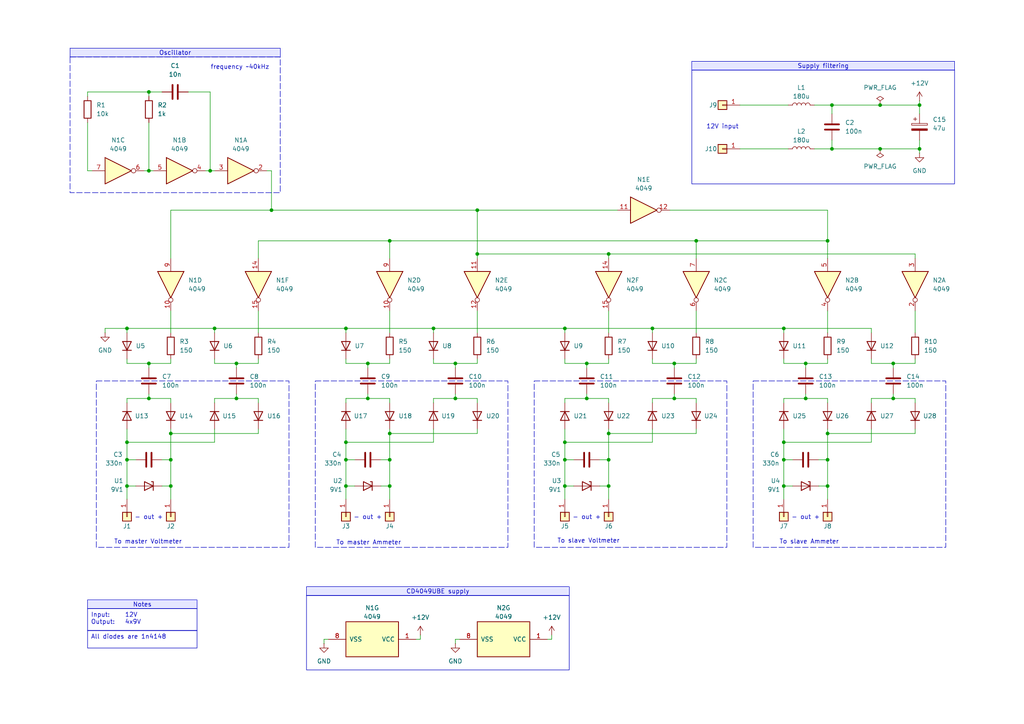
<source format=kicad_sch>
(kicad_sch (version 20250114) (generator "eeschema") (generator_version "9.0")
  (paper "A4")
  (title_block (title "Charge pump") (date "2025-12-30") (rev "1.0.0") (comment 1 "Compliant with Velleman’s layout"))
  (lib_symbols
    (symbol "4xxx:4049" (pin_names (offset 1.016))
      (property "Reference" "U" (at 0 1.27 0))
      (property "Value" "4049" (at 0 -1.27 0))
      (symbol "4049_1_0"
        (polyline (pts (xy -3.81 3.81) (xy -3.81 -3.81) (xy 3.81 0) (xy -3.81 3.81)) (stroke (width 0.254)) (fill (type background)))
        (pin input line (at -7.62 0 0) (length 3.81) (name "~") (number "3"))
        (pin output inverted (at 7.62 0 180) (length 3.81) (name "~") (number "2"))
      )
      (symbol "4049_2_0"
        (polyline (pts (xy -3.81 3.81) (xy -3.81 -3.81) (xy 3.81 0) (xy -3.81 3.81)) (stroke (width 0.254)) (fill (type background)))
        (pin input line (at -7.62 0 0) (length 3.81) (name "~") (number "5"))
        (pin output inverted (at 7.62 0 180) (length 3.81) (name "~") (number "4"))
      )
      (symbol "4049_3_0"
        (polyline (pts (xy -3.81 3.81) (xy -3.81 -3.81) (xy 3.81 0) (xy -3.81 3.81)) (stroke (width 0.254)) (fill (type background)))
        (pin input line (at -7.62 0 0) (length 3.81) (name "~") (number "7"))
        (pin output inverted (at 7.62 0 180) (length 3.81) (name "~") (number "6"))
      )
      (symbol "4049_4_0"
        (polyline (pts (xy -3.81 3.81) (xy -3.81 -3.81) (xy 3.81 0) (xy -3.81 3.81)) (stroke (width 0.254)) (fill (type background)))
        (pin input line (at -7.62 0 0) (length 3.81) (name "~") (number "9"))
        (pin output inverted (at 7.62 0 180) (length 3.81) (name "~") (number "10"))
      )
      (symbol "4049_5_0"
        (polyline (pts (xy -3.81 3.81) (xy -3.81 -3.81) (xy 3.81 0) (xy -3.81 3.81)) (stroke (width 0.254)) (fill (type background)))
        (pin input line (at -7.62 0 0) (length 3.81) (name "~") (number "11"))
        (pin output inverted (at 7.62 0 180) (length 3.81) (name "~") (number "12"))
      )
      (symbol "4049_6_0"
        (polyline (pts (xy -3.81 3.81) (xy -3.81 -3.81) (xy 3.81 0) (xy -3.81 3.81)) (stroke (width 0.254)) (fill (type background)))
        (pin input line (at -7.62 0 0) (length 3.81) (name "~") (number "14"))
        (pin output inverted (at 7.62 0 180) (length 3.81) (name "~") (number "15"))
      )
      (symbol "4049_7_0"
        (pin power_in line (at 0 12.7 270) (length 5.08) (name "VCC") (number "1"))
        (pin power_in line (at 0 -12.7 90) (length 5.08) (name "VSS") (number "8"))
      )
      (symbol "4049_7_1"
        (rectangle (start -5.08 7.62) (end 5.08 -7.62) (stroke (width 0.254)) (fill (type background)))
      )
    )
    (symbol "Connector_Generic:Conn_01x01" (pin_names (offset 1.016) (hide yes))
      (property "Reference" "J" (at 0 2.54 0))
      (property "Value" "Conn_01x01" (at 0 -2.54 0))
      (symbol "Conn_01x01_1_1"
        (rectangle (start -1.27 1.27) (end 1.27 -1.27) (stroke (width 0.254)) (fill (type background)))
        (rectangle (start -1.27 0.127) (end 0 -0.127) (stroke (width 0.1524)))
        (pin passive line (at -5.08 0 0) (length 3.81) (name "Pin_1") (number "1"))
      )
    )
    (symbol "Device:C" (pin_numbers (hide yes)) (pin_names (offset 0.254))
      (property "Reference" "C" (at 0.635 2.54 0))
      (property "Value" "C" (at 0.635 -2.54 0))
      (symbol "C_0_1"
        (polyline (pts (xy -2.032 0.762) (xy 2.032 0.762)) (stroke (width 0.508)))
        (polyline (pts (xy -2.032 -0.762) (xy 2.032 -0.762)) (stroke (width 0.508)))
      )
      (symbol "C_1_1"
        (pin passive line (at 0 3.81 270) (length 2.794) (name "~") (number "1"))
        (pin passive line (at 0 -3.81 90) (length 2.794) (name "~") (number "2"))
      )
    )
    (symbol "Device:C_Polarized" (pin_numbers (hide yes)) (pin_names (offset 0.254))
      (property "Reference" "C" (at 0.635 2.54 0))
      (property "Value" "C_Polarized" (at 0.635 -2.54 0))
      (symbol "C_Polarized_0_1"
        (rectangle (start -2.286 0.508) (end 2.286 1.016))
        (polyline (pts (xy -1.778 2.286) (xy -0.762 2.286)))
        (polyline (pts (xy -1.27 2.794) (xy -1.27 1.778)))
        (rectangle (start 2.286 -0.508) (end -2.286 -1.016) (fill (type outline)))
      )
      (symbol "C_Polarized_1_1"
        (pin passive line (at 0 3.81 270) (length 2.794) (name "~") (number "1"))
        (pin passive line (at 0 -3.81 90) (length 2.794) (name "~") (number "2"))
      )
    )
    (symbol "Device:D_Zener" (pin_numbers (hide yes)) (pin_names (offset 1.016) (hide yes))
      (property "Reference" "D" (at 0 2.54 0))
      (property "Value" "D_Zener" (at 0 -2.54 0))
      (symbol "D_Zener_0_1"
        (polyline (pts (xy -1.27 -1.27) (xy -1.27 1.27) (xy -0.762 1.27)) (stroke (width 0.254)))
        (polyline (pts (xy 1.27 0) (xy -1.27 0)))
        (polyline (pts (xy 1.27 -1.27) (xy 1.27 1.27) (xy -1.27 0) (xy 1.27 -1.27)) (stroke (width 0.254)))
      )
      (symbol "D_Zener_1_1"
        (pin passive line (at -3.81 0 0) (length 2.54) (name "K") (number "1"))
        (pin passive line (at 3.81 0 180) (length 2.54) (name "A") (number "2"))
      )
    )
    (symbol "Device:L" (pin_numbers (hide yes)) (pin_names (offset 1.016) (hide yes))
      (property "Reference" "L" (at -1.27 0 90))
      (property "Value" "L" (at 1.905 0 90))
      (symbol "L_0_1"
        (arc (start 0 2.54) (mid 0.6323 1.905) (end 0 1.27))
        (arc (start 0 1.27) (mid 0.6323 0.635) (end 0 0))
        (arc (start 0 0) (mid 0.6323 -0.635) (end 0 -1.27))
        (arc (start 0 -1.27) (mid 0.6323 -1.905) (end 0 -2.54))
      )
      (symbol "L_1_1"
        (pin passive line (at 0 3.81 270) (length 1.27) (name "1") (number "1"))
        (pin passive line (at 0 -3.81 90) (length 1.27) (name "2") (number "2"))
      )
    )
    (symbol "Device:R" (pin_numbers (hide yes)) (pin_names (offset 0))
      (property "Reference" "R" (at 2.032 0 90))
      (property "Value" "R" (at 0 0 90))
      (symbol "R_0_1"
        (rectangle (start -1.016 -2.54) (end 1.016 2.54) (stroke (width 0.254)))
      )
      (symbol "R_1_1"
        (pin passive line (at 0 3.81 270) (length 1.27) (name "~") (number "1"))
        (pin passive line (at 0 -3.81 90) (length 1.27) (name "~") (number "2"))
      )
    )
    (symbol "Diode:1N4148" (pin_numbers (hide yes)) (pin_names (hide yes))
      (property "Reference" "D" (at 0 2.54 0))
      (property "Value" "1N4148" (at 0 -2.54 0))
      (symbol "1N4148_0_1"
        (polyline (pts (xy -1.27 1.27) (xy -1.27 -1.27)) (stroke (width 0.254)))
        (polyline (pts (xy 1.27 1.27) (xy 1.27 -1.27) (xy -1.27 0) (xy 1.27 1.27)) (stroke (width 0.254)))
        (polyline (pts (xy 1.27 0) (xy -1.27 0)))
      )
      (symbol "1N4148_1_1"
        (pin passive line (at -3.81 0 0) (length 2.54) (name "K") (number "1"))
        (pin passive line (at 3.81 0 180) (length 2.54) (name "A") (number "2"))
      )
    )
    (symbol "power:+12V" (power) (pin_numbers (hide yes)) (pin_names (offset 0) (hide yes))
      (property "Value" "+12V" (at 0 3.556 0))
      (symbol "+12V_0_1"
        (polyline (pts (xy -0.762 1.27) (xy 0 2.54)))
        (polyline (pts (xy 0 2.54) (xy 0.762 1.27)))
        (polyline (pts (xy 0 0) (xy 0 2.54)))
      )
      (symbol "+12V_1_1"
        (pin power_in line (at 0 0 90) (length 0) (name "~") (number "1"))
      )
    )
    (symbol "power:GND" (power) (pin_numbers (hide yes)) (pin_names (offset 0) (hide yes))
      (property "Value" "GND" (at 0 -3.81 0))
      (symbol "GND_0_1"
        (polyline (pts (xy 0 0) (xy 0 -1.27) (xy 1.27 -1.27) (xy 0 -2.54) (xy -1.27 -1.27) (xy 0 -1.27)))
      )
      (symbol "GND_1_1"
        (pin power_in line (at 0 0 270) (length 0) (name "~") (number "1"))
      )
    )
    (symbol "power:PWR_FLAG" (power) (pin_numbers (hide yes)) (pin_names (offset 0) (hide yes))
      (property "Value" "PWR_FLAG" (at 0 3.81 0))
      (symbol "PWR_FLAG_0_0"
        (pin power_out line (at 0 0 90) (length 0) (name "~") (number "1"))
      )
      (symbol "PWR_FLAG_0_1"
        (polyline (pts (xy 0 0) (xy 0 1.27) (xy -1.016 1.905) (xy 0 2.54) (xy 1.016 1.905) (xy 0 1.27)))
      )
    )
  )
  (rectangle (start 20.32 16.51) (end 81.28 55.88) (stroke (width 0) (type dash)))
  (rectangle (start 218.44 110.49) (end 274.32 158.75) (stroke (width 0) (type dash)))
  (rectangle (start 200.66 20.32) (end 276.86 53.34))
  (rectangle (start 88.9 172.72) (end 165.1 194.31))
  (rectangle (start 27.94 110.49) (end 83.82 158.75) (stroke (width 0) (type dash)))
  (rectangle (start 91.44 110.49) (end 147.32 158.75) (stroke (width 0) (type dash)))
  (rectangle (start 154.94 110.49) (end 210.82 158.75) (stroke (width 0) (type dash)))
  (text "- out +" (at 170.18 150.114 0) (effects (font (size 1.27 1.27))))
  (text "12V input\n" (at 209.55 36.83 0) (effects (font (size 1.27 1.27))))
  (text "- out +" (at 106.68 150.114 0) (effects (font (size 1.27 1.27))))
  (text "To master Ammeter" (at 106.934 157.48 0) (effects (font (size 1.27 1.27))))
  (text "To master Voltmeter" (at 42.926 157.226 0) (effects (font (size 1.27 1.27))))
  (text "To slave Voltmeter" (at 170.688 156.972 0) (effects (font (size 1.27 1.27))))
  (text "- out +" (at 233.68 150.114 0) (effects (font (size 1.27 1.27))))
  (text "To slave Ammeter" (at 234.696 157.226 0) (effects (font (size 1.27 1.27))))
  (text "frequency ~40kHz" (at 69.596 19.558 0) (effects (font (size 1.27 1.27))))
  (text "- out +" (at 43.18 150.114 0) (effects (font (size 1.27 1.27))))
  (text_box "All diodes are 1n4148" (at 25.4 182.88 0) (size 31.75 5.08) (margins 0.9525 0.9525 0.9525 0.9525) (effects (font (size 1.27 1.27)) (justify left top)))
  (text_box "Input: 	12V\nOutput:	4x9V" (at 25.4 176.53 0) (size 31.75 6.35) (margins 0.9525 0.9525 0.9525 0.9525) (effects (font (size 1.27 1.27)) (justify left top)))
  (text_box "CD4049UBE supply" (at 88.9 170.18 0) (size 76.2 2.54) (margins 0.9525 0.9525 0.9525 0.9525) (fill (type color) (color 229 230 255 1)) (effects (font (size 1.27 1.27))))
  (text_box "Oscillator" (at 20.32 13.97 0) (size 60.96 2.54) (margins 0.9525 0.9525 0.9525 0.9525) (fill (type color) (color 229 230 255 1)) (effects (font (size 1.27 1.27))))
  (text_box "Supply filtering" (at 200.66 17.78 0) (size 76.2 2.54) (margins 0.9525 0.9525 0.9525 0.9525) (fill (type color) (color 229 230 255 1)) (effects (font (size 1.27 1.27))))
  (text_box "Notes" (at 25.4 173.99 0) (size 31.75 2.54) (margins 0.9525 0.9525 0.9525 0.9525) (fill (type color) (color 229 230 255 1)) (effects (font (size 1.27 1.27))))
  (junction (at 132.08 105.41))
  (junction (at 163.83 140.97))
  (junction (at 60.96 49.53))
  (junction (at 138.43 73.66))
  (junction (at 36.83 128.27))
  (junction (at 113.03 125.73))
  (junction (at 170.18 115.57))
  (junction (at 36.83 95.25))
  (junction (at 233.68 105.41))
  (junction (at 170.18 105.41))
  (junction (at 195.58 115.57))
  (junction (at 176.53 140.97))
  (junction (at 241.3 43.18))
  (junction (at 266.7 43.18))
  (junction (at 227.33 95.25))
  (junction (at 240.03 140.97))
  (junction (at 163.83 133.35))
  (junction (at 240.03 69.85))
  (junction (at 176.53 125.73))
  (junction (at 195.58 105.41))
  (junction (at 113.03 133.35))
  (junction (at 62.23 95.25))
  (junction (at 241.3 30.48))
  (junction (at 240.03 125.73))
  (junction (at 176.53 133.35))
  (junction (at 68.58 115.57))
  (junction (at 132.08 115.57))
  (junction (at 227.33 133.35))
  (junction (at 49.53 125.73))
  (junction (at 233.68 115.57))
  (junction (at 255.27 43.18))
  (junction (at 43.18 105.41))
  (junction (at 227.33 140.97))
  (junction (at 106.68 115.57))
  (junction (at 259.08 105.41))
  (junction (at 100.33 133.35))
  (junction (at 255.27 30.48))
  (junction (at 163.83 95.25))
  (junction (at 68.58 105.41))
  (junction (at 266.7 30.48))
  (junction (at 201.93 69.85))
  (junction (at 78.74 60.96))
  (junction (at 163.83 128.27))
  (junction (at 125.73 95.25))
  (junction (at 113.03 69.85))
  (junction (at 240.03 133.35))
  (junction (at 100.33 95.25))
  (junction (at 43.18 115.57))
  (junction (at 100.33 140.97))
  (junction (at 176.53 73.66))
  (junction (at 36.83 140.97))
  (junction (at 49.53 133.35))
  (junction (at 43.18 26.67))
  (junction (at 259.08 115.57))
  (junction (at 106.68 105.41))
  (junction (at 36.83 133.35))
  (junction (at 100.33 128.27))
  (junction (at 189.23 95.25))
  (junction (at 227.33 128.27))
  (junction (at 43.18 49.53))
  (junction (at 138.43 60.96))
  (junction (at 113.03 140.97))
  (junction (at 49.53 140.97))
  (wire (pts (xy 179.07 60.96) (xy 138.43 60.96)))
  (wire (pts (xy 201.93 90.17) (xy 201.93 96.52)))
  (wire (pts (xy 25.4 26.67) (xy 43.18 26.67)))
  (wire (pts (xy 36.83 128.27) (xy 36.83 133.35)))
  (wire (pts (xy 36.83 116.84) (xy 36.83 115.57)))
  (wire (pts (xy 49.53 60.96) (xy 49.53 74.93)))
  (wire (pts (xy 227.33 124.46) (xy 227.33 128.27)))
  (wire (pts (xy 266.7 29.21) (xy 266.7 30.48)))
  (wire (pts (xy 163.83 128.27) (xy 189.23 128.27)))
  (wire (pts (xy 240.03 140.97) (xy 240.03 133.35)))
  (wire (pts (xy 176.53 133.35) (xy 176.53 125.73)))
  (wire (pts (xy 229.87 133.35) (xy 227.33 133.35)))
  (wire (pts (xy 201.93 105.41) (xy 195.58 105.41)))
  (wire (pts (xy 229.87 140.97) (xy 227.33 140.97)))
  (wire (pts (xy 138.43 60.96) (xy 138.43 73.66)))
  (wire (pts (xy 176.53 90.17) (xy 176.53 96.52)))
  (wire (pts (xy 266.7 40.64) (xy 266.7 43.18)))
  (wire (pts (xy 62.23 105.41) (xy 68.58 105.41)))
  (wire (pts (xy 138.43 115.57) (xy 138.43 116.84)))
  (wire (pts (xy 163.83 105.41) (xy 170.18 105.41)))
  (wire (pts (xy 233.68 105.41) (xy 233.68 106.68)))
  (wire (pts (xy 46.99 140.97) (xy 49.53 140.97)))
  (wire (pts (xy 252.73 116.84) (xy 252.73 115.57)))
  (wire (pts (xy 241.3 33.02) (xy 241.3 30.48)))
  (wire (pts (xy 240.03 140.97) (xy 240.03 144.78)))
  (wire (pts (xy 49.53 140.97) (xy 49.53 144.78)))
  (wire (pts (xy 259.08 105.41) (xy 259.08 106.68)))
  (wire (pts (xy 255.27 43.18) (xy 266.7 43.18)))
  (wire (pts (xy 176.53 140.97) (xy 176.53 133.35)))
  (wire (pts (xy 138.43 73.66) (xy 176.53 73.66)))
  (wire (pts (xy 227.33 104.14) (xy 227.33 105.41)))
  (wire (pts (xy 195.58 114.3) (xy 195.58 115.57)))
  (wire (pts (xy 74.93 104.14) (xy 74.93 105.41)))
  (wire (pts (xy 227.33 95.25) (xy 189.23 95.25)))
  (wire (pts (xy 100.33 116.84) (xy 100.33 115.57)))
  (wire (pts (xy 163.83 133.35) (xy 163.83 128.27)))
  (wire (pts (xy 240.03 133.35) (xy 240.03 125.73)))
  (wire (pts (xy 39.37 140.97) (xy 36.83 140.97)))
  (wire (pts (xy 100.33 128.27) (xy 125.73 128.27)))
  (wire (pts (xy 265.43 115.57) (xy 265.43 116.84)))
  (wire (pts (xy 110.49 133.35) (xy 113.03 133.35)))
  (wire (pts (xy 113.03 133.35) (xy 113.03 125.73)))
  (wire (pts (xy 43.18 115.57) (xy 49.53 115.57)))
  (wire (pts (xy 173.99 133.35) (xy 176.53 133.35)))
  (wire (pts (xy 138.43 74.93) (xy 138.43 73.66)))
  (wire (pts (xy 176.53 125.73) (xy 201.93 125.73)))
  (wire (pts (xy 176.53 124.46) (xy 176.53 125.73)))
  (wire (pts (xy 36.83 115.57) (xy 43.18 115.57)))
  (wire (pts (xy 163.83 116.84) (xy 163.83 115.57)))
  (wire (pts (xy 100.33 96.52) (xy 100.33 95.25)))
  (wire (pts (xy 201.93 115.57) (xy 201.93 116.84)))
  (wire (pts (xy 201.93 125.73) (xy 201.93 124.46)))
  (wire (pts (xy 68.58 114.3) (xy 68.58 115.57)))
  (wire (pts (xy 173.99 140.97) (xy 176.53 140.97)))
  (wire (pts (xy 25.4 35.56) (xy 25.4 49.53)))
  (wire (pts (xy 176.53 104.14) (xy 176.53 105.41)))
  (wire (pts (xy 43.18 26.67) (xy 46.99 26.67)))
  (wire (pts (xy 78.74 49.53) (xy 78.74 60.96)))
  (wire (pts (xy 30.48 95.25) (xy 36.83 95.25)))
  (wire (pts (xy 78.74 60.96) (xy 138.43 60.96)))
  (wire (pts (xy 138.43 90.17) (xy 138.43 96.52)))
  (wire (pts (xy 227.33 105.41) (xy 233.68 105.41)))
  (wire (pts (xy 62.23 116.84) (xy 62.23 115.57)))
  (wire (pts (xy 163.83 104.14) (xy 163.83 105.41)))
  (wire (pts (xy 36.83 95.25) (xy 62.23 95.25)))
  (wire (pts (xy 49.53 125.73) (xy 74.93 125.73)))
  (wire (pts (xy 54.61 26.67) (xy 60.96 26.67)))
  (wire (pts (xy 240.03 115.57) (xy 240.03 116.84)))
  (wire (pts (xy 74.93 125.73) (xy 74.93 124.46)))
  (wire (pts (xy 237.49 133.35) (xy 240.03 133.35)))
  (wire (pts (xy 241.3 43.18) (xy 236.22 43.18)))
  (wire (pts (xy 113.03 115.57) (xy 113.03 116.84)))
  (wire (pts (xy 252.73 95.25) (xy 227.33 95.25)))
  (wire (pts (xy 113.03 104.14) (xy 113.03 105.41)))
  (wire (pts (xy 240.03 125.73) (xy 265.43 125.73)))
  (wire (pts (xy 240.03 124.46) (xy 240.03 125.73)))
  (wire (pts (xy 201.93 104.14) (xy 201.93 105.41)))
  (wire (pts (xy 138.43 104.14) (xy 138.43 105.41)))
  (wire (pts (xy 113.03 125.73) (xy 138.43 125.73)))
  (wire (pts (xy 132.08 185.42) (xy 133.35 185.42)))
  (wire (pts (xy 266.7 44.45) (xy 266.7 43.18)))
  (wire (pts (xy 49.53 124.46) (xy 49.53 125.73)))
  (wire (pts (xy 201.93 69.85) (xy 240.03 69.85)))
  (wire (pts (xy 227.33 133.35) (xy 227.33 128.27)))
  (wire (pts (xy 62.23 115.57) (xy 68.58 115.57)))
  (wire (pts (xy 125.73 128.27) (xy 125.73 124.46)))
  (wire (pts (xy 227.33 115.57) (xy 233.68 115.57)))
  (wire (pts (xy 166.37 133.35) (xy 163.83 133.35)))
  (wire (pts (xy 36.83 105.41) (xy 43.18 105.41)))
  (wire (pts (xy 113.03 124.46) (xy 113.03 125.73)))
  (wire (pts (xy 102.87 140.97) (xy 100.33 140.97)))
  (wire (pts (xy 59.69 49.53) (xy 60.96 49.53)))
  (wire (pts (xy 227.33 140.97) (xy 227.33 144.78)))
  (wire (pts (xy 265.43 73.66) (xy 176.53 73.66)))
  (wire (pts (xy 166.37 140.97) (xy 163.83 140.97)))
  (wire (pts (xy 60.96 49.53) (xy 62.23 49.53)))
  (wire (pts (xy 100.33 124.46) (xy 100.33 128.27)))
  (wire (pts (xy 240.03 60.96) (xy 240.03 69.85)))
  (wire (pts (xy 125.73 115.57) (xy 132.08 115.57)))
  (wire (pts (xy 43.18 26.67) (xy 43.18 27.94)))
  (wire (pts (xy 132.08 105.41) (xy 132.08 106.68)))
  (wire (pts (xy 125.73 116.84) (xy 125.73 115.57)))
  (wire (pts (xy 255.27 30.48) (xy 266.7 30.48)))
  (wire (pts (xy 100.33 133.35) (xy 100.33 128.27)))
  (wire (pts (xy 163.83 115.57) (xy 170.18 115.57)))
  (wire (pts (xy 43.18 114.3) (xy 43.18 115.57)))
  (wire (pts (xy 49.53 90.17) (xy 49.53 96.52)))
  (wire (pts (xy 49.53 115.57) (xy 49.53 116.84)))
  (wire (pts (xy 113.03 105.41) (xy 106.68 105.41)))
  (wire (pts (xy 163.83 124.46) (xy 163.83 128.27)))
  (wire (pts (xy 106.68 114.3) (xy 106.68 115.57)))
  (wire (pts (xy 106.68 115.57) (xy 113.03 115.57)))
  (wire (pts (xy 240.03 69.85) (xy 240.03 74.93)))
  (wire (pts (xy 125.73 95.25) (xy 125.73 96.52)))
  (wire (pts (xy 265.43 90.17) (xy 265.43 96.52)))
  (wire (pts (xy 102.87 133.35) (xy 100.33 133.35)))
  (wire (pts (xy 100.33 115.57) (xy 106.68 115.57)))
  (wire (pts (xy 240.03 104.14) (xy 240.03 105.41)))
  (wire (pts (xy 43.18 105.41) (xy 43.18 106.68)))
  (wire (pts (xy 170.18 105.41) (xy 170.18 106.68)))
  (wire (pts (xy 100.33 140.97) (xy 100.33 133.35)))
  (wire (pts (xy 189.23 128.27) (xy 189.23 124.46)))
  (wire (pts (xy 132.08 114.3) (xy 132.08 115.57)))
  (wire (pts (xy 43.18 49.53) (xy 43.18 35.56)))
  (wire (pts (xy 132.08 186.69) (xy 132.08 185.42)))
  (wire (pts (xy 227.33 116.84) (xy 227.33 115.57)))
  (wire (pts (xy 233.68 114.3) (xy 233.68 115.57)))
  (wire (pts (xy 138.43 125.73) (xy 138.43 124.46)))
  (wire (pts (xy 100.33 140.97) (xy 100.33 144.78)))
  (wire (pts (xy 195.58 115.57) (xy 201.93 115.57)))
  (wire (pts (xy 237.49 140.97) (xy 240.03 140.97)))
  (wire (pts (xy 176.53 140.97) (xy 176.53 144.78)))
  (wire (pts (xy 160.02 184.15) (xy 160.02 185.42)))
  (wire (pts (xy 74.93 105.41) (xy 68.58 105.41)))
  (wire (pts (xy 241.3 40.64) (xy 241.3 43.18)))
  (wire (pts (xy 252.73 104.14) (xy 252.73 105.41)))
  (wire (pts (xy 100.33 95.25) (xy 125.73 95.25)))
  (wire (pts (xy 49.53 104.14) (xy 49.53 105.41)))
  (wire (pts (xy 252.73 105.41) (xy 259.08 105.41)))
  (wire (pts (xy 227.33 128.27) (xy 252.73 128.27)))
  (wire (pts (xy 36.83 96.52) (xy 36.83 95.25)))
  (wire (pts (xy 227.33 96.52) (xy 227.33 95.25)))
  (wire (pts (xy 265.43 105.41) (xy 259.08 105.41)))
  (wire (pts (xy 100.33 104.14) (xy 100.33 105.41)))
  (wire (pts (xy 68.58 105.41) (xy 68.58 106.68)))
  (wire (pts (xy 163.83 95.25) (xy 125.73 95.25)))
  (wire (pts (xy 176.53 73.66) (xy 176.53 74.93)))
  (wire (pts (xy 113.03 140.97) (xy 113.03 144.78)))
  (wire (pts (xy 125.73 104.14) (xy 125.73 105.41)))
  (wire (pts (xy 163.83 95.25) (xy 189.23 95.25)))
  (wire (pts (xy 30.48 96.52) (xy 30.48 95.25)))
  (wire (pts (xy 259.08 114.3) (xy 259.08 115.57)))
  (wire (pts (xy 233.68 115.57) (xy 240.03 115.57)))
  (wire (pts (xy 62.23 95.25) (xy 62.23 96.52)))
  (wire (pts (xy 266.7 33.02) (xy 266.7 30.48)))
  (wire (pts (xy 36.83 124.46) (xy 36.83 128.27)))
  (wire (pts (xy 49.53 125.73) (xy 49.53 133.35)))
  (wire (pts (xy 163.83 140.97) (xy 163.83 133.35)))
  (wire (pts (xy 36.83 140.97) (xy 36.83 133.35)))
  (wire (pts (xy 252.73 96.52) (xy 252.73 95.25)))
  (wire (pts (xy 41.91 49.53) (xy 43.18 49.53)))
  (wire (pts (xy 189.23 116.84) (xy 189.23 115.57)))
  (wire (pts (xy 36.83 128.27) (xy 62.23 128.27)))
  (wire (pts (xy 74.93 74.93) (xy 74.93 69.85)))
  (wire (pts (xy 265.43 125.73) (xy 265.43 124.46)))
  (wire (pts (xy 170.18 114.3) (xy 170.18 115.57)))
  (wire (pts (xy 62.23 104.14) (xy 62.23 105.41)))
  (wire (pts (xy 93.98 185.42) (xy 95.25 185.42)))
  (wire (pts (xy 43.18 49.53) (xy 44.45 49.53)))
  (wire (pts (xy 240.03 105.41) (xy 233.68 105.41)))
  (wire (pts (xy 100.33 95.25) (xy 62.23 95.25)))
  (wire (pts (xy 25.4 27.94) (xy 25.4 26.67)))
  (wire (pts (xy 36.83 140.97) (xy 36.83 144.78)))
  (wire (pts (xy 77.47 49.53) (xy 78.74 49.53)))
  (wire (pts (xy 125.73 105.41) (xy 132.08 105.41)))
  (wire (pts (xy 252.73 128.27) (xy 252.73 124.46)))
  (wire (pts (xy 241.3 30.48) (xy 255.27 30.48)))
  (wire (pts (xy 60.96 26.67) (xy 60.96 49.53)))
  (wire (pts (xy 39.37 133.35) (xy 36.83 133.35)))
  (wire (pts (xy 113.03 69.85) (xy 113.03 74.93)))
  (wire (pts (xy 78.74 60.96) (xy 49.53 60.96)))
  (wire (pts (xy 62.23 128.27) (xy 62.23 124.46)))
  (wire (pts (xy 201.93 69.85) (xy 201.93 74.93)))
  (wire (pts (xy 189.23 105.41) (xy 195.58 105.41)))
  (wire (pts (xy 121.92 184.15) (xy 121.92 185.42)))
  (wire (pts (xy 265.43 74.93) (xy 265.43 73.66)))
  (wire (pts (xy 49.53 105.41) (xy 43.18 105.41)))
  (wire (pts (xy 110.49 140.97) (xy 113.03 140.97)))
  (wire (pts (xy 113.03 90.17) (xy 113.03 96.52)))
  (wire (pts (xy 106.68 105.41) (xy 106.68 106.68)))
  (wire (pts (xy 163.83 140.97) (xy 163.83 144.78)))
  (wire (pts (xy 100.33 105.41) (xy 106.68 105.41)))
  (wire (pts (xy 121.92 185.42) (xy 120.65 185.42)))
  (wire (pts (xy 113.03 140.97) (xy 113.03 133.35)))
  (wire (pts (xy 163.83 96.52) (xy 163.83 95.25)))
  (wire (pts (xy 252.73 115.57) (xy 259.08 115.57)))
  (wire (pts (xy 189.23 115.57) (xy 195.58 115.57)))
  (wire (pts (xy 68.58 115.57) (xy 74.93 115.57)))
  (wire (pts (xy 49.53 140.97) (xy 49.53 133.35)))
  (wire (pts (xy 170.18 115.57) (xy 176.53 115.57)))
  (wire (pts (xy 214.63 43.18) (xy 228.6 43.18)))
  (wire (pts (xy 194.31 60.96) (xy 240.03 60.96)))
  (wire (pts (xy 195.58 105.41) (xy 195.58 106.68)))
  (wire (pts (xy 227.33 140.97) (xy 227.33 133.35)))
  (wire (pts (xy 176.53 105.41) (xy 170.18 105.41)))
  (wire (pts (xy 259.08 115.57) (xy 265.43 115.57)))
  (wire (pts (xy 93.98 186.69) (xy 93.98 185.42)))
  (wire (pts (xy 25.4 49.53) (xy 26.67 49.53)))
  (wire (pts (xy 113.03 69.85) (xy 201.93 69.85)))
  (wire (pts (xy 241.3 43.18) (xy 255.27 43.18)))
  (wire (pts (xy 74.93 115.57) (xy 74.93 116.84)))
  (wire (pts (xy 113.03 69.85) (xy 74.93 69.85)))
  (wire (pts (xy 241.3 30.48) (xy 236.22 30.48)))
  (wire (pts (xy 138.43 105.41) (xy 132.08 105.41)))
  (wire (pts (xy 160.02 185.42) (xy 158.75 185.42)))
  (wire (pts (xy 189.23 104.14) (xy 189.23 105.41)))
  (wire (pts (xy 132.08 115.57) (xy 138.43 115.57)))
  (wire (pts (xy 36.83 104.14) (xy 36.83 105.41)))
  (wire (pts (xy 74.93 90.17) (xy 74.93 96.52)))
  (wire (pts (xy 189.23 95.25) (xy 189.23 96.52)))
  (wire (pts (xy 240.03 90.17) (xy 240.03 96.52)))
  (wire (pts (xy 265.43 104.14) (xy 265.43 105.41)))
  (wire (pts (xy 46.99 133.35) (xy 49.53 133.35)))
  (wire (pts (xy 176.53 115.57) (xy 176.53 116.84)))
  (wire (pts (xy 214.63 30.48) (xy 228.6 30.48)))
  (symbol (lib_id "Device:C") (at 233.68 133.35 90) (unit 1)
    (property "Reference" "C6" (at 226.06 131.826 90) (effects (justify left)))
    (property "Value" "330n" (at 226.06 134.366 90) (effects (justify left)))
    (property "Description" "Unpolarized capacitor" (effects (hide yes)))
  )
  (symbol (lib_id "Device:R") (at 74.93 100.33 0) (unit 1)
    (property "Reference" "R4" (at 77.47 99.0599 0) (effects (justify left)))
    (property "Value" "150" (at 77.47 101.5999 0) (effects (justify left)))
    (property "Description" "Resistor" (effects (hide yes)))
  )
  (symbol (lib_id "Diode:1N4148") (at 49.53 120.65 90) (unit 1)
    (property "Reference" "U14" (at 52.07 120.6499 90) (effects (justify right)))
    (property "Value" "1N4148" (effects (hide yes)))
    (property "Footprint" "Diode_THT:D_DO-35_SOD27_P7.62mm_Horizontal" (effects (hide yes)))
    (property "Datasheet" "https://assets.nexperia.com/documents/data-sheet/1N4148_1N4448.pdf" (effects (hide yes)))
    (property "Description" "100V 0.15A standard switching diode, DO-35" (effects (hide yes)))
    (property "Sim.Device" "D" (effects (hide yes)))
    (property "Sim.Pins" "1=K 2=A" (effects (hide yes)))
  )
  (symbol (lib_id "Connector_Generic:Conn_01x01") (at 49.53 149.86 270) (unit 1)
    (property "Reference" "J2" (at 49.53 151.892 90) (effects (justify top)))
    (property "Value" "Conn_01x01" (effects (hide yes)))
    (property "Description" "Generic connector, single row, 01x01, script generated (kicad-library-utils/schlib/autogen/connector/)" (effects (hide yes)))
  )
  (symbol (lib_id "Device:R") (at 201.93 100.33 0) (unit 1)
    (property "Reference" "R8" (at 204.47 99.0599 0) (effects (justify left)))
    (property "Value" "150" (at 204.47 101.5999 0) (effects (justify left)))
    (property "Description" "Resistor" (effects (hide yes)))
  )
  (symbol (lib_id "4xxx:4049") (at 240.03 82.55 270) (unit 2)
    (property "Reference" "N2" (at 245.11 81.2799 90) (effects (justify left)))
    (property "Value" "4049" (at 245.11 83.8199 90) (effects (justify left)))
    (property "Datasheet" "http://www.intersil.com/content/dam/intersil/documents/cd40/cd4049ubms.pdf" (effects (hide yes)))
    (property "Description" "Hex Buffer Inverter" (effects (hide yes)))
  )
  (symbol (lib_id "Connector_Generic:Conn_01x01") (at 100.33 149.86 270) (unit 1)
    (property "Reference" "J3" (at 100.33 151.892 90) (effects (justify top)))
    (property "Value" "Conn_01x01" (effects (hide yes)))
    (property "Description" "Generic connector, single row, 01x01, script generated (kicad-library-utils/schlib/autogen/connector/)" (effects (hide yes)))
  )
  (symbol (lib_id "power:+12V") (at 121.92 184.15 0) (unit 1)
    (property "Reference" "#PWR04" (effects (hide yes)))
    (property "Value" "+12V" (at 121.92 179.07 0))
    (property "Description" "Power symbol creates a global label with name \"+12V\"" (effects (hide yes)))
  )
  (symbol (lib_id "Diode:1N4148") (at 62.23 120.65 90) (mirror x) (unit 1)
    (property "Reference" "U15" (at 64.516 120.65 90) (effects (justify right)))
    (property "Value" "1N4148" (effects (hide yes)))
    (property "Footprint" "Diode_THT:D_DO-35_SOD27_P7.62mm_Horizontal" (effects (hide yes)))
    (property "Datasheet" "https://assets.nexperia.com/documents/data-sheet/1N4148_1N4448.pdf" (effects (hide yes)))
    (property "Description" "100V 0.15A standard switching diode, DO-35" (effects (hide yes)))
    (property "Sim.Device" "D" (effects (hide yes)))
    (property "Sim.Pins" "1=K 2=A" (effects (hide yes)))
  )
  (symbol (lib_id "Device:C") (at 43.18 110.49 0) (unit 1)
    (property "Reference" "C7" (at 46.99 109.2199 0) (effects (justify left)))
    (property "Value" "100n" (at 46.99 111.7599 0) (effects (justify left)))
    (property "Description" "Unpolarized capacitor" (effects (hide yes)))
  )
  (symbol (lib_id "Diode:1N4148") (at 100.33 120.65 90) (mirror x) (unit 1)
    (property "Reference" "U17" (at 102.616 120.65 90) (effects (justify right)))
    (property "Value" "1N4148" (effects (hide yes)))
    (property "Footprint" "Diode_THT:D_DO-35_SOD27_P7.62mm_Horizontal" (effects (hide yes)))
    (property "Datasheet" "https://assets.nexperia.com/documents/data-sheet/1N4148_1N4448.pdf" (effects (hide yes)))
    (property "Description" "100V 0.15A standard switching diode, DO-35" (effects (hide yes)))
    (property "Sim.Device" "D" (effects (hide yes)))
    (property "Sim.Pins" "1=K 2=A" (effects (hide yes)))
  )
  (symbol (lib_id "Diode:1N4148") (at 252.73 120.65 90) (mirror x) (unit 1)
    (property "Reference" "U27" (at 255.27 120.6501 90) (effects (justify right)))
    (property "Value" "1N4148" (effects (hide yes)))
    (property "Footprint" "Diode_THT:D_DO-35_SOD27_P7.62mm_Horizontal" (effects (hide yes)))
    (property "Datasheet" "https://assets.nexperia.com/documents/data-sheet/1N4148_1N4448.pdf" (effects (hide yes)))
    (property "Description" "100V 0.15A standard switching diode, DO-35" (effects (hide yes)))
    (property "Sim.Device" "D" (effects (hide yes)))
    (property "Sim.Pins" "1=K 2=A" (effects (hide yes)))
  )
  (symbol (lib_id "Device:D_Zener") (at 106.68 140.97 0) (mirror y) (unit 1)
    (property "Reference" "U2" (at 99.314 139.446 0) (effects (justify left)))
    (property "Value" "9V1" (at 99.314 141.986 0) (effects (justify left)))
    (property "Description" "Zener diode" (effects (hide yes)))
  )
  (symbol (lib_id "Diode:1N4148") (at 100.33 100.33 90) (unit 1)
    (property "Reference" "U7" (at 102.87 100.3299 90) (effects (justify right)))
    (property "Value" "1N4148" (effects (hide yes)))
    (property "Footprint" "Diode_THT:D_DO-35_SOD27_P7.62mm_Horizontal" (effects (hide yes)))
    (property "Datasheet" "https://assets.nexperia.com/documents/data-sheet/1N4148_1N4448.pdf" (effects (hide yes)))
    (property "Description" "100V 0.15A standard switching diode, DO-35" (effects (hide yes)))
    (property "Sim.Device" "D" (effects (hide yes)))
    (property "Sim.Pins" "1=K 2=A" (effects (hide yes)))
  )
  (symbol (lib_id "Device:R") (at 240.03 100.33 0) (unit 1)
    (property "Reference" "R9" (at 242.57 99.0599 0) (effects (justify left)))
    (property "Value" "150" (at 242.57 101.5999 0) (effects (justify left)))
    (property "Description" "Resistor" (effects (hide yes)))
  )
  (symbol (lib_id "Device:R") (at 176.53 100.33 0) (unit 1)
    (property "Reference" "R7" (at 179.07 99.0599 0) (effects (justify left)))
    (property "Value" "150" (at 179.07 101.5999 0) (effects (justify left)))
    (property "Description" "Resistor" (effects (hide yes)))
  )
  (symbol (lib_id "Device:C") (at 68.58 110.49 0) (unit 1)
    (property "Reference" "C8" (at 72.39 109.2199 0) (effects (justify left)))
    (property "Value" "100n" (at 72.39 111.7599 0) (effects (justify left)))
    (property "Description" "Unpolarized capacitor" (effects (hide yes)))
  )
  (symbol (lib_id "4xxx:4049") (at 49.53 82.55 270) (unit 4)
    (property "Reference" "N1" (at 54.61 81.2799 90) (effects (justify left)))
    (property "Value" "4049" (at 54.61 83.8199 90) (effects (justify left)))
    (property "Datasheet" "http://www.intersil.com/content/dam/intersil/documents/cd40/cd4049ubms.pdf" (effects (hide yes)))
    (property "Description" "Hex Buffer Inverter" (effects (hide yes)))
  )
  (symbol (lib_id "4xxx:4049") (at 69.85 49.53 0) (unit 1)
    (property "Reference" "N1" (at 69.85 40.64 0))
    (property "Value" "4049" (at 69.85 43.18 0))
    (property "Datasheet" "http://www.intersil.com/content/dam/intersil/documents/cd40/cd4049ubms.pdf" (effects (hide yes)))
    (property "Description" "Hex Buffer Inverter" (effects (hide yes)))
  )
  (symbol (lib_id "Device:C") (at 106.68 110.49 0) (unit 1)
    (property "Reference" "C9" (at 110.49 109.2199 0) (effects (justify left)))
    (property "Value" "100n" (at 110.49 111.7599 0) (effects (justify left)))
    (property "Description" "Unpolarized capacitor" (effects (hide yes)))
  )
  (symbol (lib_id "4xxx:4049") (at 107.95 185.42 270) (unit 7)
    (property "Reference" "N1" (at 107.95 177.038 90) (effects (justify bottom)))
    (property "Value" "4049" (at 107.95 179.578 90) (effects (justify bottom)))
    (property "Datasheet" "http://www.intersil.com/content/dam/intersil/documents/cd40/cd4049ubms.pdf" (effects (hide yes)))
    (property "Description" "Hex Buffer Inverter" (effects (hide yes)))
  )
  (symbol (lib_id "Connector_Generic:Conn_01x01") (at 36.83 149.86 270) (unit 1)
    (property "Reference" "J1" (at 36.83 151.892 90) (effects (justify top)))
    (property "Value" "Conn_01x01" (effects (hide yes)))
    (property "Description" "Generic connector, single row, 01x01, script generated (kicad-library-utils/schlib/autogen/connector/)" (effects (hide yes)))
  )
  (symbol (lib_id "Diode:1N4148") (at 227.33 100.33 90) (unit 1)
    (property "Reference" "U11" (at 229.87 100.3299 90) (effects (justify right)))
    (property "Value" "1N4148" (effects (hide yes)))
    (property "Footprint" "Diode_THT:D_DO-35_SOD27_P7.62mm_Horizontal" (effects (hide yes)))
    (property "Datasheet" "https://assets.nexperia.com/documents/data-sheet/1N4148_1N4448.pdf" (effects (hide yes)))
    (property "Description" "100V 0.15A standard switching diode, DO-35" (effects (hide yes)))
    (property "Sim.Device" "D" (effects (hide yes)))
    (property "Sim.Pins" "1=K 2=A" (effects (hide yes)))
  )
  (symbol (lib_id "power:GND") (at 132.08 186.69 0) (unit 1)
    (property "Reference" "#PWR03" (effects (hide yes)))
    (property "Value" "GND" (at 132.08 191.77 0))
    (property "Description" "Power symbol creates a global label with name \"GND\" , ground" (effects (hide yes)))
  )
  (symbol (lib_id "Device:L") (at 232.41 43.18 90) (unit 1)
    (property "Reference" "L2" (at 232.41 38.1 90))
    (property "Value" "180u" (at 232.41 40.64 90))
    (property "Description" "Inductor" (effects (hide yes)))
  )
  (symbol (lib_id "4xxx:4049") (at 186.69 60.96 0) (unit 5)
    (property "Reference" "N1" (at 186.69 52.07 0))
    (property "Value" "4049" (at 186.69 54.61 0))
    (property "Datasheet" "http://www.intersil.com/content/dam/intersil/documents/cd40/cd4049ubms.pdf" (effects (hide yes)))
    (property "Description" "Hex Buffer Inverter" (effects (hide yes)))
  )
  (symbol (lib_id "4xxx:4049") (at 265.43 82.55 270) (unit 1)
    (property "Reference" "N2" (at 270.51 81.2799 90) (effects (justify left)))
    (property "Value" "4049" (at 270.51 83.8199 90) (effects (justify left)))
    (property "Datasheet" "http://www.intersil.com/content/dam/intersil/documents/cd40/cd4049ubms.pdf" (effects (hide yes)))
    (property "Description" "Hex Buffer Inverter" (effects (hide yes)))
  )
  (symbol (lib_id "4xxx:4049") (at 74.93 82.55 270) (unit 6)
    (property "Reference" "N1" (at 80.01 81.2799 90) (effects (justify left)))
    (property "Value" "4049" (at 80.01 83.8199 90) (effects (justify left)))
    (property "Datasheet" "http://www.intersil.com/content/dam/intersil/documents/cd40/cd4049ubms.pdf" (effects (hide yes)))
    (property "Description" "Hex Buffer Inverter" (effects (hide yes)))
  )
  (symbol (lib_id "Connector_Generic:Conn_01x01") (at 209.55 43.18 180) (unit 1)
    (property "Reference" "J10" (at 208.026 43.18 0) (effects (justify left)))
    (property "Value" "Conn_01x01" (effects (hide yes)))
    (property "Description" "Generic connector, single row, 01x01, script generated (kicad-library-utils/schlib/autogen/connector/)" (effects (hide yes)))
  )
  (symbol (lib_id "Diode:1N4148") (at 265.43 120.65 90) (unit 1)
    (property "Reference" "U28" (at 267.716 120.65 90) (effects (justify right)))
    (property "Value" "1N4148" (effects (hide yes)))
    (property "Footprint" "Diode_THT:D_DO-35_SOD27_P7.62mm_Horizontal" (effects (hide yes)))
    (property "Datasheet" "https://assets.nexperia.com/documents/data-sheet/1N4148_1N4448.pdf" (effects (hide yes)))
    (property "Description" "100V 0.15A standard switching diode, DO-35" (effects (hide yes)))
    (property "Sim.Device" "D" (effects (hide yes)))
    (property "Sim.Pins" "1=K 2=A" (effects (hide yes)))
  )
  (symbol (lib_id "Device:C") (at 50.8 26.67 90) (unit 1)
    (property "Reference" "C1" (at 50.8 19.05 90))
    (property "Value" "10n" (at 50.8 21.59 90))
    (property "Description" "Unpolarized capacitor" (effects (hide yes)))
  )
  (symbol (lib_id "Connector_Generic:Conn_01x01") (at 176.53 149.86 270) (unit 1)
    (property "Reference" "J6" (at 176.53 151.892 90) (effects (justify top)))
    (property "Value" "Conn_01x01" (effects (hide yes)))
    (property "Description" "Generic connector, single row, 01x01, script generated (kicad-library-utils/schlib/autogen/connector/)" (effects (hide yes)))
  )
  (symbol (lib_id "Diode:1N4148") (at 36.83 100.33 90) (unit 1)
    (property "Reference" "U5" (at 39.37 100.3299 90) (effects (justify right)))
    (property "Value" "1N4148" (effects (hide yes)))
    (property "Footprint" "Diode_THT:D_DO-35_SOD27_P7.62mm_Horizontal" (effects (hide yes)))
    (property "Datasheet" "https://assets.nexperia.com/documents/data-sheet/1N4148_1N4448.pdf" (effects (hide yes)))
    (property "Description" "100V 0.15A standard switching diode, DO-35" (effects (hide yes)))
    (property "Sim.Device" "D" (effects (hide yes)))
    (property "Sim.Pins" "1=K 2=A" (effects (hide yes)))
  )
  (symbol (lib_id "Diode:1N4148") (at 240.03 120.65 90) (unit 1)
    (property "Reference" "U26" (at 242.316 120.65 90) (effects (justify right)))
    (property "Value" "1N4148" (effects (hide yes)))
    (property "Footprint" "Diode_THT:D_DO-35_SOD27_P7.62mm_Horizontal" (effects (hide yes)))
    (property "Datasheet" "https://assets.nexperia.com/documents/data-sheet/1N4148_1N4448.pdf" (effects (hide yes)))
    (property "Description" "100V 0.15A standard switching diode, DO-35" (effects (hide yes)))
    (property "Sim.Device" "D" (effects (hide yes)))
    (property "Sim.Pins" "1=K 2=A" (effects (hide yes)))
  )
  (symbol (lib_id "Device:C") (at 170.18 110.49 0) (unit 1)
    (property "Reference" "C11" (at 173.99 109.2199 0) (effects (justify left)))
    (property "Value" "100n" (at 173.99 111.7599 0) (effects (justify left)))
    (property "Description" "Unpolarized capacitor" (effects (hide yes)))
  )
  (symbol (lib_id "Device:L") (at 232.41 30.48 90) (unit 1)
    (property "Reference" "L1" (at 232.41 25.4 90))
    (property "Value" "180u" (at 232.41 27.94 90))
    (property "Description" "Inductor" (effects (hide yes)))
  )
  (symbol (lib_id "4xxx:4049") (at 201.93 82.55 270) (unit 3)
    (property "Reference" "N2" (at 207.01 81.2799 90) (effects (justify left)))
    (property "Value" "4049" (at 207.01 83.8199 90) (effects (justify left)))
    (property "Datasheet" "http://www.intersil.com/content/dam/intersil/documents/cd40/cd4049ubms.pdf" (effects (hide yes)))
    (property "Description" "Hex Buffer Inverter" (effects (hide yes)))
  )
  (symbol (lib_id "Diode:1N4148") (at 125.73 100.33 90) (unit 1)
    (property "Reference" "U8" (at 128.27 100.3299 90) (effects (justify right)))
    (property "Value" "1N4148" (effects (hide yes)))
    (property "Footprint" "Diode_THT:D_DO-35_SOD27_P7.62mm_Horizontal" (effects (hide yes)))
    (property "Datasheet" "https://assets.nexperia.com/documents/data-sheet/1N4148_1N4448.pdf" (effects (hide yes)))
    (property "Description" "100V 0.15A standard switching diode, DO-35" (effects (hide yes)))
    (property "Sim.Device" "D" (effects (hide yes)))
    (property "Sim.Pins" "1=K 2=A" (effects (hide yes)))
  )
  (symbol (lib_id "Diode:1N4148") (at 163.83 100.33 90) (unit 1)
    (property "Reference" "U9" (at 166.37 100.3299 90) (effects (justify right)))
    (property "Value" "1N4148" (effects (hide yes)))
    (property "Footprint" "Diode_THT:D_DO-35_SOD27_P7.62mm_Horizontal" (effects (hide yes)))
    (property "Datasheet" "https://assets.nexperia.com/documents/data-sheet/1N4148_1N4448.pdf" (effects (hide yes)))
    (property "Description" "100V 0.15A standard switching diode, DO-35" (effects (hide yes)))
    (property "Sim.Device" "D" (effects (hide yes)))
    (property "Sim.Pins" "1=K 2=A" (effects (hide yes)))
  )
  (symbol (lib_id "4xxx:4049") (at 138.43 82.55 270) (unit 5)
    (property "Reference" "N2" (at 143.51 81.2799 90) (effects (justify left)))
    (property "Value" "4049" (at 143.51 83.8199 90) (effects (justify left)))
    (property "Datasheet" "http://www.intersil.com/content/dam/intersil/documents/cd40/cd4049ubms.pdf" (effects (hide yes)))
    (property "Description" "Hex Buffer Inverter" (effects (hide yes)))
  )
  (symbol (lib_id "power:GND") (at 30.48 96.52 0) (unit 1)
    (property "Reference" "#PWR01" (effects (hide yes)))
    (property "Value" "GND" (at 30.48 101.6 0))
    (property "Description" "Power symbol creates a global label with name \"GND\" , ground" (effects (hide yes)))
  )
  (symbol (lib_id "Connector_Generic:Conn_01x01") (at 240.03 149.86 270) (unit 1)
    (property "Reference" "J8" (at 240.03 151.892 90) (effects (justify top)))
    (property "Value" "Conn_01x01" (effects (hide yes)))
    (property "Description" "Generic connector, single row, 01x01, script generated (kicad-library-utils/schlib/autogen/connector/)" (effects (hide yes)))
  )
  (symbol (lib_id "Device:C_Polarized") (at 266.7 36.83 0) (unit 1)
    (property "Reference" "C15" (at 270.51 34.6709 0) (effects (justify left)))
    (property "Value" "47u" (at 270.51 37.2109 0) (effects (justify left)))
    (property "Description" "Polarized capacitor" (effects (hide yes)))
  )
  (symbol (lib_id "Diode:1N4148") (at 36.83 120.65 90) (mirror x) (unit 1)
    (property "Reference" "U13" (at 39.116 120.65 90) (effects (justify right)))
    (property "Value" "1N4148" (effects (hide yes)))
    (property "Footprint" "Diode_THT:D_DO-35_SOD27_P7.62mm_Horizontal" (effects (hide yes)))
    (property "Datasheet" "https://assets.nexperia.com/documents/data-sheet/1N4148_1N4448.pdf" (effects (hide yes)))
    (property "Description" "100V 0.15A standard switching diode, DO-35" (effects (hide yes)))
    (property "Sim.Device" "D" (effects (hide yes)))
    (property "Sim.Pins" "1=K 2=A" (effects (hide yes)))
  )
  (symbol (lib_id "Connector_Generic:Conn_01x01") (at 227.33 149.86 270) (unit 1)
    (property "Reference" "J7" (at 227.33 151.892 90) (effects (justify top)))
    (property "Value" "Conn_01x01" (effects (hide yes)))
    (property "Description" "Generic connector, single row, 01x01, script generated (kicad-library-utils/schlib/autogen/connector/)" (effects (hide yes)))
  )
  (symbol (lib_id "Device:R") (at 138.43 100.33 0) (unit 1)
    (property "Reference" "R6" (at 140.97 99.0599 0) (effects (justify left)))
    (property "Value" "150" (at 140.97 101.5999 0) (effects (justify left)))
    (property "Description" "Resistor" (effects (hide yes)))
  )
  (symbol (lib_id "4xxx:4049") (at 146.05 185.42 270) (unit 7)
    (property "Reference" "N2" (at 146.05 177.038 90) (effects (justify bottom)))
    (property "Value" "4049" (at 146.05 179.578 90) (effects (justify bottom)))
    (property "Datasheet" "http://www.intersil.com/content/dam/intersil/documents/cd40/cd4049ubms.pdf" (effects (hide yes)))
    (property "Description" "Hex Buffer Inverter" (effects (hide yes)))
  )
  (symbol (lib_id "power:PWR_FLAG") (at 255.27 30.48 0) (unit 1)
    (property "Reference" "#FLG01" (effects (hide yes)))
    (property "Value" "PWR_FLAG" (at 255.27 25.4 0))
    (property "Description" "Special symbol for telling ERC where power comes from" (effects (hide yes)))
  )
  (symbol (lib_id "Device:R") (at 265.43 100.33 0) (unit 1)
    (property "Reference" "R10" (at 267.97 99.0599 0) (effects (justify left)))
    (property "Value" "150" (at 267.97 101.5999 0) (effects (justify left)))
    (property "Description" "Resistor" (effects (hide yes)))
  )
  (symbol (lib_id "Connector_Generic:Conn_01x01") (at 209.55 30.48 180) (unit 1)
    (property "Reference" "J9" (at 208.026 30.48 0) (effects (justify left)))
    (property "Value" "Conn_01x01" (effects (hide yes)))
    (property "Description" "Generic connector, single row, 01x01, script generated (kicad-library-utils/schlib/autogen/connector/)" (effects (hide yes)))
  )
  (symbol (lib_id "Diode:1N4148") (at 125.73 120.65 90) (mirror x) (unit 1)
    (property "Reference" "U19" (at 128.016 120.65 90) (effects (justify right)))
    (property "Value" "1N4148" (effects (hide yes)))
    (property "Footprint" "Diode_THT:D_DO-35_SOD27_P7.62mm_Horizontal" (effects (hide yes)))
    (property "Datasheet" "https://assets.nexperia.com/documents/data-sheet/1N4148_1N4448.pdf" (effects (hide yes)))
    (property "Description" "100V 0.15A standard switching diode, DO-35" (effects (hide yes)))
    (property "Sim.Device" "D" (effects (hide yes)))
    (property "Sim.Pins" "1=K 2=A" (effects (hide yes)))
  )
  (symbol (lib_id "Diode:1N4148") (at 113.03 120.65 90) (unit 1)
    (property "Reference" "U18" (at 115.57 120.6499 90) (effects (justify right)))
    (property "Value" "1N4148" (effects (hide yes)))
    (property "Footprint" "Diode_THT:D_DO-35_SOD27_P7.62mm_Horizontal" (effects (hide yes)))
    (property "Datasheet" "https://assets.nexperia.com/documents/data-sheet/1N4148_1N4448.pdf" (effects (hide yes)))
    (property "Description" "100V 0.15A standard switching diode, DO-35" (effects (hide yes)))
    (property "Sim.Device" "D" (effects (hide yes)))
    (property "Sim.Pins" "1=K 2=A" (effects (hide yes)))
  )
  (symbol (lib_id "Diode:1N4148") (at 189.23 120.65 90) (mirror x) (unit 1)
    (property "Reference" "U23" (at 191.77 120.6501 90) (effects (justify right)))
    (property "Value" "1N4148" (effects (hide yes)))
    (property "Footprint" "Diode_THT:D_DO-35_SOD27_P7.62mm_Horizontal" (effects (hide yes)))
    (property "Datasheet" "https://assets.nexperia.com/documents/data-sheet/1N4148_1N4448.pdf" (effects (hide yes)))
    (property "Description" "100V 0.15A standard switching diode, DO-35" (effects (hide yes)))
    (property "Sim.Device" "D" (effects (hide yes)))
    (property "Sim.Pins" "1=K 2=A" (effects (hide yes)))
  )
  (symbol (lib_id "Diode:1N4148") (at 138.43 120.65 90) (unit 1)
    (property "Reference" "U20" (at 140.97 120.6499 90) (effects (justify right)))
    (property "Value" "1N4148" (effects (hide yes)))
    (property "Footprint" "Diode_THT:D_DO-35_SOD27_P7.62mm_Horizontal" (effects (hide yes)))
    (property "Datasheet" "https://assets.nexperia.com/documents/data-sheet/1N4148_1N4448.pdf" (effects (hide yes)))
    (property "Description" "100V 0.15A standard switching diode, DO-35" (effects (hide yes)))
    (property "Sim.Device" "D" (effects (hide yes)))
    (property "Sim.Pins" "1=K 2=A" (effects (hide yes)))
  )
  (symbol (lib_id "Device:C") (at 132.08 110.49 0) (unit 1)
    (property "Reference" "C10" (at 135.89 109.2199 0) (effects (justify left)))
    (property "Value" "100n" (at 135.89 111.7599 0) (effects (justify left)))
    (property "Description" "Unpolarized capacitor" (effects (hide yes)))
  )
  (symbol (lib_id "Device:D_Zener") (at 233.68 140.97 0) (mirror y) (unit 1)
    (property "Reference" "U4" (at 226.314 139.446 0) (effects (justify left)))
    (property "Value" "9V1" (at 226.314 141.986 0) (effects (justify left)))
    (property "Description" "Zener diode" (effects (hide yes)))
  )
  (symbol (lib_id "Device:C") (at 106.68 133.35 90) (unit 1)
    (property "Reference" "C4" (at 99.06 131.826 90) (effects (justify left)))
    (property "Value" "330n" (at 99.06 134.366 90) (effects (justify left)))
    (property "Description" "Unpolarized capacitor" (effects (hide yes)))
  )
  (symbol (lib_id "Device:C") (at 233.68 110.49 0) (unit 1)
    (property "Reference" "C13" (at 237.49 109.2199 0) (effects (justify left)))
    (property "Value" "100n" (at 237.49 111.7599 0) (effects (justify left)))
    (property "Description" "Unpolarized capacitor" (effects (hide yes)))
  )
  (symbol (lib_id "Device:D_Zener") (at 43.18 140.97 0) (mirror y) (unit 1)
    (property "Reference" "U1" (at 35.814 139.446 0) (effects (justify left)))
    (property "Value" "9V1" (at 35.814 141.986 0) (effects (justify left)))
    (property "Description" "Zener diode" (effects (hide yes)))
  )
  (symbol (lib_id "Device:C") (at 259.08 110.49 0) (unit 1)
    (property "Reference" "C14" (at 262.89 109.2199 0) (effects (justify left)))
    (property "Value" "100n" (at 262.89 111.7599 0) (effects (justify left)))
    (property "Description" "Unpolarized capacitor" (effects (hide yes)))
  )
  (symbol (lib_id "4xxx:4049") (at 34.29 49.53 0) (unit 3)
    (property "Reference" "N1" (at 34.29 40.64 0))
    (property "Value" "4049" (at 34.29 43.18 0))
    (property "Datasheet" "http://www.intersil.com/content/dam/intersil/documents/cd40/cd4049ubms.pdf" (effects (hide yes)))
    (property "Description" "Hex Buffer Inverter" (effects (hide yes)))
  )
  (symbol (lib_id "Device:C") (at 195.58 110.49 0) (unit 1)
    (property "Reference" "C12" (at 199.39 109.2199 0) (effects (justify left)))
    (property "Value" "100n" (at 199.39 111.7599 0) (effects (justify left)))
    (property "Description" "Unpolarized capacitor" (effects (hide yes)))
  )
  (symbol (lib_id "Diode:1N4148") (at 62.23 100.33 90) (unit 1)
    (property "Reference" "U6" (at 64.77 100.3299 90) (effects (justify right)))
    (property "Value" "1N4148" (effects (hide yes)))
    (property "Footprint" "Diode_THT:D_DO-35_SOD27_P7.62mm_Horizontal" (effects (hide yes)))
    (property "Datasheet" "https://assets.nexperia.com/documents/data-sheet/1N4148_1N4448.pdf" (effects (hide yes)))
    (property "Description" "100V 0.15A standard switching diode, DO-35" (effects (hide yes)))
    (property "Sim.Device" "D" (effects (hide yes)))
    (property "Sim.Pins" "1=K 2=A" (effects (hide yes)))
  )
  (symbol (lib_id "4xxx:4049") (at 52.07 49.53 0) (unit 2)
    (property "Reference" "N1" (at 52.07 40.64 0))
    (property "Value" "4049" (at 52.07 43.18 0))
    (property "Datasheet" "http://www.intersil.com/content/dam/intersil/documents/cd40/cd4049ubms.pdf" (effects (hide yes)))
    (property "Description" "Hex Buffer Inverter" (effects (hide yes)))
  )
  (symbol (lib_id "power:PWR_FLAG") (at 255.27 43.18 180) (unit 1)
    (property "Reference" "#FLG02" (effects (hide yes)))
    (property "Value" "PWR_FLAG" (at 255.27 48.26 0))
    (property "Description" "Special symbol for telling ERC where power comes from" (effects (hide yes)))
  )
  (symbol (lib_id "Device:R") (at 113.03 100.33 0) (unit 1)
    (property "Reference" "R5" (at 115.57 99.0599 0) (effects (justify left)))
    (property "Value" "150" (at 115.57 101.5999 0) (effects (justify left)))
    (property "Description" "Resistor" (effects (hide yes)))
  )
  (symbol (lib_id "Diode:1N4148") (at 176.53 120.65 90) (unit 1)
    (property "Reference" "U22" (at 178.816 120.65 90) (effects (justify right)))
    (property "Value" "1N4148" (effects (hide yes)))
    (property "Footprint" "Diode_THT:D_DO-35_SOD27_P7.62mm_Horizontal" (effects (hide yes)))
    (property "Datasheet" "https://assets.nexperia.com/documents/data-sheet/1N4148_1N4448.pdf" (effects (hide yes)))
    (property "Description" "100V 0.15A standard switching diode, DO-35" (effects (hide yes)))
    (property "Sim.Device" "D" (effects (hide yes)))
    (property "Sim.Pins" "1=K 2=A" (effects (hide yes)))
  )
  (symbol (lib_id "Connector_Generic:Conn_01x01") (at 163.83 149.86 270) (unit 1)
    (property "Reference" "J5" (at 163.83 151.892 90) (effects (justify top)))
    (property "Value" "Conn_01x01" (effects (hide yes)))
    (property "Description" "Generic connector, single row, 01x01, script generated (kicad-library-utils/schlib/autogen/connector/)" (effects (hide yes)))
  )
  (symbol (lib_id "Device:C") (at 241.3 36.83 0) (unit 1)
    (property "Reference" "C2" (at 245.11 35.5599 0) (effects (justify left)))
    (property "Value" "100n" (at 245.11 38.0999 0) (effects (justify left)))
    (property "Description" "Unpolarized capacitor" (effects (hide yes)))
  )
  (symbol (lib_id "Diode:1N4148") (at 252.73 100.33 90) (unit 1)
    (property "Reference" "U12" (at 255.27 100.3299 90) (effects (justify right)))
    (property "Value" "1N4148" (effects (hide yes)))
    (property "Footprint" "Diode_THT:D_DO-35_SOD27_P7.62mm_Horizontal" (effects (hide yes)))
    (property "Datasheet" "https://assets.nexperia.com/documents/data-sheet/1N4148_1N4448.pdf" (effects (hide yes)))
    (property "Description" "100V 0.15A standard switching diode, DO-35" (effects (hide yes)))
    (property "Sim.Device" "D" (effects (hide yes)))
    (property "Sim.Pins" "1=K 2=A" (effects (hide yes)))
  )
  (symbol (lib_id "Device:D_Zener") (at 170.18 140.97 0) (mirror y) (unit 1)
    (property "Reference" "U3" (at 162.814 139.446 0) (effects (justify left)))
    (property "Value" "9V1" (at 162.814 141.986 0) (effects (justify left)))
    (property "Description" "Zener diode" (effects (hide yes)))
  )
  (symbol (lib_id "power:+12V") (at 160.02 184.15 0) (unit 1)
    (property "Reference" "#PWR05" (effects (hide yes)))
    (property "Value" "+12V" (at 160.02 179.07 0))
    (property "Description" "Power symbol creates a global label with name \"+12V\"" (effects (hide yes)))
  )
  (symbol (lib_id "power:+12V") (at 266.7 29.21 0) (unit 1)
    (property "Reference" "#PWR07" (effects (hide yes)))
    (property "Value" "+12V" (at 266.7 24.13 0))
    (property "Description" "Power symbol creates a global label with name \"+12V\"" (effects (hide yes)))
  )
  (symbol (lib_id "4xxx:4049") (at 176.53 82.55 270) (unit 6)
    (property "Reference" "N2" (at 181.61 81.2799 90) (effects (justify left)))
    (property "Value" "4049" (at 181.61 83.8199 90) (effects (justify left)))
    (property "Datasheet" "http://www.intersil.com/content/dam/intersil/documents/cd40/cd4049ubms.pdf" (effects (hide yes)))
    (property "Description" "Hex Buffer Inverter" (effects (hide yes)))
  )
  (symbol (lib_id "power:GND") (at 266.7 44.45 0) (unit 1)
    (property "Reference" "#PWR06" (effects (hide yes)))
    (property "Value" "GND" (at 266.7 49.53 0))
    (property "Description" "Power symbol creates a global label with name \"GND\" , ground" (effects (hide yes)))
  )
  (symbol (lib_id "Device:R") (at 43.18 31.75 180) (unit 1)
    (property "Reference" "R2" (at 45.72 30.4799 0) (effects (justify right)))
    (property "Value" "1k" (at 45.72 33.0199 0) (effects (justify right)))
    (property "Description" "Resistor" (effects (hide yes)))
  )
  (symbol (lib_id "Connector_Generic:Conn_01x01") (at 113.03 149.86 270) (unit 1)
    (property "Reference" "J4" (at 113.03 151.892 90) (effects (justify top)))
    (property "Value" "Conn_01x01" (effects (hide yes)))
    (property "Description" "Generic connector, single row, 01x01, script generated (kicad-library-utils/schlib/autogen/connector/)" (effects (hide yes)))
  )
  (symbol (lib_id "Diode:1N4148") (at 227.33 120.65 90) (mirror x) (unit 1)
    (property "Reference" "U25" (at 229.87 120.6501 90) (effects (justify right)))
    (property "Value" "1N4148" (effects (hide yes)))
    (property "Footprint" "Diode_THT:D_DO-35_SOD27_P7.62mm_Horizontal" (effects (hide yes)))
    (property "Datasheet" "https://assets.nexperia.com/documents/data-sheet/1N4148_1N4448.pdf" (effects (hide yes)))
    (property "Description" "100V 0.15A standard switching diode, DO-35" (effects (hide yes)))
    (property "Sim.Device" "D" (effects (hide yes)))
    (property "Sim.Pins" "1=K 2=A" (effects (hide yes)))
  )
  (symbol (lib_id "power:GND") (at 93.98 186.69 0) (unit 1)
    (property "Reference" "#PWR02" (effects (hide yes)))
    (property "Value" "GND" (at 93.98 191.77 0))
    (property "Description" "Power symbol creates a global label with name \"GND\" , ground" (effects (hide yes)))
  )
  (symbol (lib_id "Device:R") (at 49.53 100.33 0) (unit 1)
    (property "Reference" "R3" (at 52.07 99.0599 0) (effects (justify left)))
    (property "Value" "150" (at 52.07 101.5999 0) (effects (justify left)))
    (property "Description" "Resistor" (effects (hide yes)))
  )
  (symbol (lib_id "Device:C") (at 170.18 133.35 90) (unit 1)
    (property "Reference" "C5" (at 162.56 131.826 90) (effects (justify left)))
    (property "Value" "330n" (at 162.56 134.366 90) (effects (justify left)))
    (property "Description" "Unpolarized capacitor" (effects (hide yes)))
  )
  (symbol (lib_id "Device:R") (at 25.4 31.75 180) (unit 1)
    (property "Reference" "R1" (at 27.94 30.4799 0) (effects (justify right)))
    (property "Value" "10k" (at 27.94 33.0199 0) (effects (justify right)))
    (property "Description" "Resistor" (effects (hide yes)))
  )
  (symbol (lib_id "Device:C") (at 43.18 133.35 90) (unit 1)
    (property "Reference" "C3" (at 35.56 131.826 90) (effects (justify left)))
    (property "Value" "330n" (at 35.56 134.366 90) (effects (justify left)))
    (property "Description" "Unpolarized capacitor" (effects (hide yes)))
  )
  (symbol (lib_id "4xxx:4049") (at 113.03 82.55 270) (unit 4)
    (property "Reference" "N2" (at 118.11 81.2799 90) (effects (justify left)))
    (property "Value" "4049" (at 118.11 83.8199 90) (effects (justify left)))
    (property "Datasheet" "http://www.intersil.com/content/dam/intersil/documents/cd40/cd4049ubms.pdf" (effects (hide yes)))
    (property "Description" "Hex Buffer Inverter" (effects (hide yes)))
  )
  (symbol (lib_id "Diode:1N4148") (at 163.83 120.65 90) (mirror x) (unit 1)
    (property "Reference" "U21" (at 166.37 120.6501 90) (effects (justify right)))
    (property "Value" "1N4148" (effects (hide yes)))
    (property "Footprint" "Diode_THT:D_DO-35_SOD27_P7.62mm_Horizontal" (effects (hide yes)))
    (property "Datasheet" "https://assets.nexperia.com/documents/data-sheet/1N4148_1N4448.pdf" (effects (hide yes)))
    (property "Description" "100V 0.15A standard switching diode, DO-35" (effects (hide yes)))
    (property "Sim.Device" "D" (effects (hide yes)))
    (property "Sim.Pins" "1=K 2=A" (effects (hide yes)))
  )
  (symbol (lib_id "Diode:1N4148") (at 201.93 120.65 90) (unit 1)
    (property "Reference" "U24" (at 204.216 120.65 90) (effects (justify right)))
    (property "Value" "1N4148" (effects (hide yes)))
    (property "Footprint" "Diode_THT:D_DO-35_SOD27_P7.62mm_Horizontal" (effects (hide yes)))
    (property "Datasheet" "https://assets.nexperia.com/documents/data-sheet/1N4148_1N4448.pdf" (effects (hide yes)))
    (property "Description" "100V 0.15A standard switching diode, DO-35" (effects (hide yes)))
    (property "Sim.Device" "D" (effects (hide yes)))
    (property "Sim.Pins" "1=K 2=A" (effects (hide yes)))
  )
  (symbol (lib_id "Diode:1N4148") (at 74.93 120.65 90) (unit 1)
    (property "Reference" "U16" (at 77.47 120.6499 90) (effects (justify right)))
    (property "Value" "1N4148" (effects (hide yes)))
    (property "Footprint" "Diode_THT:D_DO-35_SOD27_P7.62mm_Horizontal" (effects (hide yes)))
    (property "Datasheet" "https://assets.nexperia.com/documents/data-sheet/1N4148_1N4448.pdf" (effects (hide yes)))
    (property "Description" "100V 0.15A standard switching diode, DO-35" (effects (hide yes)))
    (property "Sim.Device" "D" (effects (hide yes)))
    (property "Sim.Pins" "1=K 2=A" (effects (hide yes)))
  )
  (symbol (lib_id "Diode:1N4148") (at 189.23 100.33 90) (unit 1)
    (property "Reference" "U10" (at 191.77 100.3299 90) (effects (justify right)))
    (property "Value" "1N4148" (effects (hide yes)))
    (property "Footprint" "Diode_THT:D_DO-35_SOD27_P7.62mm_Horizontal" (effects (hide yes)))
    (property "Datasheet" "https://assets.nexperia.com/documents/data-sheet/1N4148_1N4448.pdf" (effects (hide yes)))
    (property "Description" "100V 0.15A standard switching diode, DO-35" (effects (hide yes)))
    (property "Sim.Device" "D" (effects (hide yes)))
    (property "Sim.Pins" "1=K 2=A" (effects (hide yes)))
  )
)
</source>
